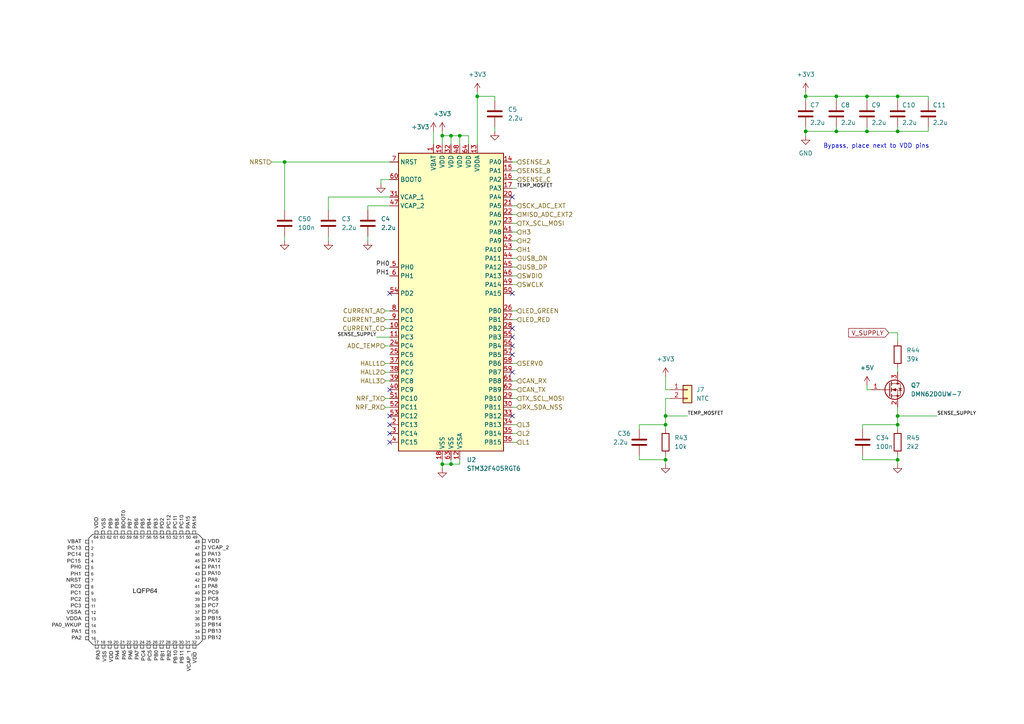
<source format=kicad_sch>
(kicad_sch (version 20211123) (generator eeschema)
  (paper "A4")
  (title_block (title "FROST-ESC") (date "2022-06-24"))
  (lib_symbols
    (symbol "Connector_Generic:Conn_01x02" (pin_names (offset 1.016) hide)
      (property "Reference" "J" (at 0 2.54 0))
      (property "Value" "Conn_01x02" (at 0 -5.08 0))
      (symbol "Conn_01x02_1_1"
        (rectangle (start -1.27 -2.413) (end 0 -2.667) (stroke (width 0.1524)))
        (rectangle (start -1.27 0.127) (end 0 -0.127) (stroke (width 0.1524)))
        (rectangle (start -1.27 1.27) (end 1.27 -3.81) (stroke (width 0.254)) (fill (type background)))
        (pin passive line (at -5.08 0 0) (length 3.81) (name "Pin_1") (number "1"))
        (pin passive line (at -5.08 -2.54 0) (length 3.81) (name "Pin_2") (number "2"))
      )
    )
    (symbol "Device:C" (pin_numbers hide) (pin_names (offset 0.254))
      (property "Reference" "C" (at 0.635 2.54 0))
      (property "Value" "C" (at 0.635 -2.54 0))
      (symbol "C_0_1"
        (polyline (pts (xy -2.032 -0.762) (xy 2.032 -0.762)) (stroke (width 0.508)))
        (polyline (pts (xy -2.032 0.762) (xy 2.032 0.762)) (stroke (width 0.508)))
      )
      (symbol "C_1_1"
        (pin passive line (at 0 3.81 270) (length 2.794) (name "~") (number "1"))
        (pin passive line (at 0 -3.81 90) (length 2.794) (name "~") (number "2"))
      )
    )
    (symbol "Device:Q_NMOS_GSD" (pin_names (offset 0) hide)
      (property "Reference" "Q" (at 5.08 1.27 0))
      (property "Value" "Q_NMOS_GSD" (at 5.08 -1.27 0))
      (symbol "Q_NMOS_GSD_0_1"
        (polyline (pts (xy 0.254 0) (xy -2.54 0)))
        (polyline (pts (xy 0.254 1.905) (xy 0.254 -1.905)) (stroke (width 0.254)))
        (polyline (pts (xy 0.762 -1.27) (xy 0.762 -2.286)) (stroke (width 0.254)))
        (polyline (pts (xy 0.762 0.508) (xy 0.762 -0.508)) (stroke (width 0.254)))
        (polyline (pts (xy 0.762 2.286) (xy 0.762 1.27)) (stroke (width 0.254)))
        (polyline (pts (xy 2.54 2.54) (xy 2.54 1.778)))
        (polyline (pts (xy 2.54 -2.54) (xy 2.54 0) (xy 0.762 0)))
        (polyline (pts (xy 0.762 -1.778) (xy 3.302 -1.778) (xy 3.302 1.778) (xy 0.762 1.778)))
        (polyline (pts (xy 1.016 0) (xy 2.032 0.381) (xy 2.032 -0.381) (xy 1.016 0)) (fill (type outline)))
        (polyline (pts (xy 2.794 0.508) (xy 2.921 0.381) (xy 3.683 0.381) (xy 3.81 0.254)))
        (polyline (pts (xy 3.302 0.381) (xy 2.921 -0.254) (xy 3.683 -0.254) (xy 3.302 0.381)))
        (circle (center 1.651 0) (radius 2.794) (stroke (width 0.254)))
        (circle (center 2.54 -1.778) (radius 0.254) (fill (type outline)))
        (circle (center 2.54 1.778) (radius 0.254) (fill (type outline)))
      )
      (symbol "Q_NMOS_GSD_1_1"
        (pin input line (at -5.08 0 0) (length 2.54) (name "G") (number "1"))
        (pin passive line (at 2.54 -5.08 90) (length 2.54) (name "S") (number "2"))
        (pin passive line (at 2.54 5.08 270) (length 2.54) (name "D") (number "3"))
      )
    )
    (symbol "Device:R" (pin_numbers hide) (pin_names (offset 0))
      (property "Reference" "R" (at 2.032 0 90))
      (property "Value" "R" (at 0 0 90))
      (symbol "R_0_1"
        (rectangle (start -1.016 -2.54) (end 1.016 2.54) (stroke (width 0.254)))
      )
      (symbol "R_1_1"
        (pin passive line (at 0 3.81 270) (length 1.27) (name "~") (number "1"))
        (pin passive line (at 0 -3.81 90) (length 1.27) (name "~") (number "2"))
      )
    )
    (symbol "MCU_ST_STM32F4:STM32F405RGTx"
      (property "Reference" "U" (at -15.24 44.45 0))
      (property "Value" "STM32F405RGTx" (at 10.16 44.45 0))
      (symbol "STM32F405RGTx_0_1"
        (rectangle (start -15.24 -43.18) (end 15.24 43.18) (stroke (width 0.254)) (fill (type background)))
      )
      (symbol "STM32F405RGTx_1_1"
        (pin power_in line (at -5.08 45.72 270) (length 2.54) (name "VBAT") (number "1"))
        (pin bidirectional line (at -17.78 -7.62 0) (length 2.54) (name "PC2") (number "10"))
        (pin bidirectional line (at -17.78 -10.16 0) (length 2.54) (name "PC3") (number "11"))
        (pin power_in line (at 2.54 -45.72 90) (length 2.54) (name "VSSA") (number "12"))
        (pin power_in line (at 7.62 45.72 270) (length 2.54) (name "VDDA") (number "13"))
        (pin bidirectional line (at 17.78 40.64 180) (length 2.54) (name "PA0") (number "14"))
        (pin bidirectional line (at 17.78 38.1 180) (length 2.54) (name "PA1") (number "15"))
        (pin bidirectional line (at 17.78 35.56 180) (length 2.54) (name "PA2") (number "16"))
        (pin bidirectional line (at 17.78 33.02 180) (length 2.54) (name "PA3") (number "17"))
        (pin power_in line (at -2.54 -45.72 90) (length 2.54) (name "VSS") (number "18"))
        (pin power_in line (at -2.54 45.72 270) (length 2.54) (name "VDD") (number "19"))
        (pin bidirectional line (at -17.78 -35.56 0) (length 2.54) (name "PC13") (number "2"))
        (pin bidirectional line (at 17.78 30.48 180) (length 2.54) (name "PA4") (number "20"))
        (pin bidirectional line (at 17.78 27.94 180) (length 2.54) (name "PA5") (number "21"))
        (pin bidirectional line (at 17.78 25.4 180) (length 2.54) (name "PA6") (number "22"))
        (pin bidirectional line (at 17.78 22.86 180) (length 2.54) (name "PA7") (number "23"))
        (pin bidirectional line (at -17.78 -12.7 0) (length 2.54) (name "PC4") (number "24"))
        (pin bidirectional line (at -17.78 -15.24 0) (length 2.54) (name "PC5") (number "25"))
        (pin bidirectional line (at 17.78 -2.54 180) (length 2.54) (name "PB0") (number "26"))
        (pin bidirectional line (at 17.78 -5.08 180) (length 2.54) (name "PB1") (number "27"))
        (pin bidirectional line (at 17.78 -7.62 180) (length 2.54) (name "PB2") (number "28"))
        (pin bidirectional line (at 17.78 -27.94 180) (length 2.54) (name "PB10") (number "29"))
        (pin bidirectional line (at -17.78 -38.1 0) (length 2.54) (name "PC14") (number "3"))
        (pin bidirectional line (at 17.78 -30.48 180) (length 2.54) (name "PB11") (number "30"))
        (pin power_in line (at -17.78 30.48 0) (length 2.54) (name "VCAP_1") (number "31"))
        (pin power_in line (at 0 45.72 270) (length 2.54) (name "VDD") (number "32"))
        (pin bidirectional line (at 17.78 -33.02 180) (length 2.54) (name "PB12") (number "33"))
        (pin bidirectional line (at 17.78 -35.56 180) (length 2.54) (name "PB13") (number "34"))
        (pin bidirectional line (at 17.78 -38.1 180) (length 2.54) (name "PB14") (number "35"))
        (pin bidirectional line (at 17.78 -40.64 180) (length 2.54) (name "PB15") (number "36"))
        (pin bidirectional line (at -17.78 -17.78 0) (length 2.54) (name "PC6") (number "37"))
        (pin bidirectional line (at -17.78 -20.32 0) (length 2.54) (name "PC7") (number "38"))
        (pin bidirectional line (at -17.78 -22.86 0) (length 2.54) (name "PC8") (number "39"))
        (pin bidirectional line (at -17.78 -40.64 0) (length 2.54) (name "PC15") (number "4"))
        (pin bidirectional line (at -17.78 -25.4 0) (length 2.54) (name "PC9") (number "40"))
        (pin bidirectional line (at 17.78 20.32 180) (length 2.54) (name "PA8") (number "41"))
        (pin bidirectional line (at 17.78 17.78 180) (length 2.54) (name "PA9") (number "42"))
        (pin bidirectional line (at 17.78 15.24 180) (length 2.54) (name "PA10") (number "43"))
        (pin bidirectional line (at 17.78 12.7 180) (length 2.54) (name "PA11") (number "44"))
        (pin bidirectional line (at 17.78 10.16 180) (length 2.54) (name "PA12") (number "45"))
        (pin bidirectional line (at 17.78 7.62 180) (length 2.54) (name "PA13") (number "46"))
        (pin power_in line (at -17.78 27.94 0) (length 2.54) (name "VCAP_2") (number "47"))
        (pin power_in line (at 2.54 45.72 270) (length 2.54) (name "VDD") (number "48"))
        (pin bidirectional line (at 17.78 5.08 180) (length 2.54) (name "PA14") (number "49"))
        (pin input line (at -17.78 10.16 0) (length 2.54) (name "PH0") (number "5"))
        (pin bidirectional line (at 17.78 2.54 180) (length 2.54) (name "PA15") (number "50"))
        (pin bidirectional line (at -17.78 -27.94 0) (length 2.54) (name "PC10") (number "51"))
        (pin bidirectional line (at -17.78 -30.48 0) (length 2.54) (name "PC11") (number "52"))
        (pin bidirectional line (at -17.78 -33.02 0) (length 2.54) (name "PC12") (number "53"))
        (pin bidirectional line (at -17.78 2.54 0) (length 2.54) (name "PD2") (number "54"))
        (pin bidirectional line (at 17.78 -10.16 180) (length 2.54) (name "PB3") (number "55"))
        (pin bidirectional line (at 17.78 -12.7 180) (length 2.54) (name "PB4") (number "56"))
        (pin bidirectional line (at 17.78 -15.24 180) (length 2.54) (name "PB5") (number "57"))
        (pin bidirectional line (at 17.78 -17.78 180) (length 2.54) (name "PB6") (number "58"))
        (pin bidirectional line (at 17.78 -20.32 180) (length 2.54) (name "PB7") (number "59"))
        (pin input line (at -17.78 7.62 0) (length 2.54) (name "PH1") (number "6"))
        (pin input line (at -17.78 35.56 0) (length 2.54) (name "BOOT0") (number "60"))
        (pin bidirectional line (at 17.78 -22.86 180) (length 2.54) (name "PB8") (number "61"))
        (pin bidirectional line (at 17.78 -25.4 180) (length 2.54) (name "PB9") (number "62"))
        (pin power_in line (at 0 -45.72 90) (length 2.54) (name "VSS") (number "63"))
        (pin power_in line (at 5.08 45.72 270) (length 2.54) (name "VDD") (number "64"))
        (pin input line (at -17.78 40.64 0) (length 2.54) (name "NRST") (number "7"))
        (pin bidirectional line (at -17.78 -2.54 0) (length 2.54) (name "PC0") (number "8"))
        (pin bidirectional line (at -17.78 -5.08 0) (length 2.54) (name "PC1") (number "9"))
      )
    )
    (symbol "power:+3.3V" (power) (pin_names (offset 0))
      (property "Value" "+3.3V" (at 0 3.556 0))
      (symbol "+3.3V_0_1"
        (polyline (pts (xy -0.762 1.27) (xy 0 2.54)))
        (polyline (pts (xy 0 0) (xy 0 2.54)))
        (polyline (pts (xy 0 2.54) (xy 0.762 1.27)))
      )
      (symbol "+3.3V_1_1"
        (pin power_in line (at 0 0 90) (length 0) hide (name "+3V3") (number "1"))
      )
    )
    (symbol "power:+3V3" (power) (pin_names (offset 0))
      (property "Value" "+3V3" (at 0 3.556 0))
      (symbol "+3V3_0_1"
        (polyline (pts (xy -0.762 1.27) (xy 0 2.54)))
        (polyline (pts (xy 0 0) (xy 0 2.54)))
        (polyline (pts (xy 0 2.54) (xy 0.762 1.27)))
      )
      (symbol "+3V3_1_1"
        (pin power_in line (at 0 0 90) (length 0) hide (name "+3V3") (number "1"))
      )
    )
    (symbol "power:+5V" (power) (pin_names (offset 0))
      (property "Value" "+5V" (at 0 3.556 0))
      (symbol "+5V_0_1"
        (polyline (pts (xy -0.762 1.27) (xy 0 2.54)))
        (polyline (pts (xy 0 0) (xy 0 2.54)))
        (polyline (pts (xy 0 2.54) (xy 0.762 1.27)))
      )
      (symbol "+5V_1_1"
        (pin power_in line (at 0 0 90) (length 0) hide (name "+5V") (number "1"))
      )
    )
    (symbol "power:GND" (power) (pin_names (offset 0))
      (property "Value" "GND" (at 0 -3.81 0))
      (symbol "GND_0_1"
        (polyline (pts (xy 0 0) (xy 0 -1.27) (xy 1.27 -1.27) (xy 0 -2.54) (xy -1.27 -1.27) (xy 0 -1.27)))
      )
      (symbol "GND_1_1"
        (pin power_in line (at 0 0 270) (length 0) hide (name "GND") (number "1"))
      )
    )
  )
  (junction (at 251.46 27.94))
  (junction (at 130.81 134.62))
  (junction (at 193.04 133.35))
  (junction (at 138.43 27.94))
  (junction (at 193.04 120.65))
  (junction (at 233.68 38.1))
  (junction (at 260.35 133.35))
  (junction (at 260.35 38.1))
  (junction (at 193.04 123.19))
  (junction (at 242.57 38.1))
  (junction (at 82.55 46.99))
  (junction (at 260.35 123.19))
  (junction (at 260.35 27.94))
  (junction (at 260.35 120.65))
  (junction (at 133.35 39.37))
  (junction (at 128.27 39.37))
  (junction (at 128.27 134.62))
  (junction (at 233.68 27.94))
  (junction (at 251.46 38.1))
  (junction (at 130.81 39.37))
  (junction (at 242.57 27.94))
  (no_connect (at 113.03 128.27))
  (no_connect (at 148.59 57.15))
  (no_connect (at 148.59 85.09))
  (no_connect (at 148.59 95.25))
  (no_connect (at 148.59 97.79))
  (no_connect (at 148.59 100.33))
  (no_connect (at 148.59 102.87))
  (no_connect (at 148.59 107.95))
  (no_connect (at 148.59 120.65))
  (no_connect (at 113.03 125.73))
  (no_connect (at 113.03 123.19))
  (no_connect (at 113.03 120.65))
  (no_connect (at 113.03 113.03))
  (no_connect (at 113.03 85.09))
  (wire (pts (xy 251.46 29.21) (xy 251.46 27.94)))
  (wire (pts (xy 194.31 115.57) (xy 193.04 115.57)))
  (wire (pts (xy 233.68 27.94) (xy 233.68 29.21)))
  (wire (pts (xy 260.35 106.68) (xy 260.35 107.95)))
  (wire (pts (xy 128.27 133.35) (xy 128.27 134.62)))
  (wire (pts (xy 111.76 105.41) (xy 113.03 105.41)))
  (wire (pts (xy 133.35 134.62) (xy 133.35 133.35)))
  (wire (pts (xy 149.86 62.23) (xy 148.59 62.23)))
  (wire (pts (xy 250.19 132.08) (xy 250.19 133.35)))
  (wire (pts (xy 128.27 134.62) (xy 128.27 135.89)))
  (wire (pts (xy 193.04 134.62) (xy 193.04 133.35)))
  (wire (pts (xy 82.55 60.96) (xy 82.55 46.99)))
  (wire (pts (xy 250.19 123.19) (xy 260.35 123.19)))
  (wire (pts (xy 113.03 57.15) (xy 95.25 57.15)))
  (wire (pts (xy 251.46 27.94) (xy 242.57 27.94)))
  (wire (pts (xy 250.19 124.46) (xy 250.19 123.19)))
  (wire (pts (xy 242.57 38.1) (xy 242.57 36.83)))
  (wire (pts (xy 149.86 115.57) (xy 148.59 115.57)))
  (wire (pts (xy 113.03 52.07) (xy 110.49 52.07)))
  (wire (pts (xy 149.86 64.77) (xy 148.59 64.77)))
  (wire (pts (xy 130.81 134.62) (xy 133.35 134.62)))
  (wire (pts (xy 251.46 113.03) (xy 251.46 111.76)))
  (wire (pts (xy 250.19 133.35) (xy 260.35 133.35)))
  (wire (pts (xy 193.04 132.08) (xy 193.04 133.35)))
  (wire (pts (xy 269.24 27.94) (xy 260.35 27.94)))
  (wire (pts (xy 260.35 133.35) (xy 260.35 134.62)))
  (wire (pts (xy 269.24 36.83) (xy 269.24 38.1)))
  (wire (pts (xy 111.76 110.49) (xy 113.03 110.49)))
  (wire (pts (xy 242.57 38.1) (xy 251.46 38.1)))
  (wire (pts (xy 149.86 113.03) (xy 148.59 113.03)))
  (wire (pts (xy 185.42 132.08) (xy 185.42 133.35)))
  (wire (pts (xy 260.35 38.1) (xy 251.46 38.1)))
  (wire (pts (xy 128.27 39.37) (xy 130.81 39.37)))
  (wire (pts (xy 149.86 54.61) (xy 148.59 54.61)))
  (wire (pts (xy 260.35 123.19) (xy 260.35 124.46)))
  (wire (pts (xy 148.59 128.27) (xy 149.86 128.27)))
  (wire (pts (xy 135.89 39.37) (xy 135.89 41.91)))
  (wire (pts (xy 143.51 36.83) (xy 143.51 38.1)))
  (wire (pts (xy 193.04 123.19) (xy 193.04 124.46)))
  (wire (pts (xy 233.68 38.1) (xy 233.68 39.37)))
  (wire (pts (xy 269.24 38.1) (xy 260.35 38.1)))
  (wire (pts (xy 251.46 27.94) (xy 260.35 27.94)))
  (wire (pts (xy 106.68 68.58) (xy 106.68 69.85)))
  (wire (pts (xy 95.25 57.15) (xy 95.25 60.96)))
  (wire (pts (xy 110.49 52.07) (xy 110.49 53.34)))
  (wire (pts (xy 125.73 38.1) (xy 125.73 41.91)))
  (wire (pts (xy 185.42 124.46) (xy 185.42 123.19)))
  (wire (pts (xy 242.57 29.21) (xy 242.57 27.94)))
  (wire (pts (xy 233.68 38.1) (xy 242.57 38.1)))
  (wire (pts (xy 143.51 29.21) (xy 143.51 27.94)))
  (wire (pts (xy 143.51 27.94) (xy 138.43 27.94)))
  (wire (pts (xy 133.35 39.37) (xy 135.89 39.37)))
  (wire (pts (xy 149.86 77.47) (xy 148.59 77.47)))
  (wire (pts (xy 149.86 125.73) (xy 148.59 125.73)))
  (wire (pts (xy 149.86 74.93) (xy 148.59 74.93)))
  (wire (pts (xy 260.35 132.08) (xy 260.35 133.35)))
  (wire (pts (xy 149.86 72.39) (xy 148.59 72.39)))
  (wire (pts (xy 260.35 36.83) (xy 260.35 38.1)))
  (wire (pts (xy 149.86 105.41) (xy 148.59 105.41)))
  (wire (pts (xy 269.24 29.21) (xy 269.24 27.94)))
  (wire (pts (xy 185.42 133.35) (xy 193.04 133.35)))
  (wire (pts (xy 149.86 59.69) (xy 148.59 59.69)))
  (wire (pts (xy 193.04 113.03) (xy 194.31 113.03)))
  (wire (pts (xy 257.81 96.52) (xy 260.35 96.52)))
  (wire (pts (xy 193.04 120.65) (xy 199.39 120.65)))
  (wire (pts (xy 128.27 39.37) (xy 128.27 41.91)))
  (wire (pts (xy 149.86 46.99) (xy 148.59 46.99)))
  (wire (pts (xy 106.68 59.69) (xy 106.68 60.96)))
  (wire (pts (xy 252.73 113.03) (xy 251.46 113.03)))
  (wire (pts (xy 111.76 100.33) (xy 113.03 100.33)))
  (wire (pts (xy 78.74 46.99) (xy 82.55 46.99)))
  (wire (pts (xy 130.81 39.37) (xy 130.81 41.91)))
  (wire (pts (xy 111.76 107.95) (xy 113.03 107.95)))
  (wire (pts (xy 149.86 92.71) (xy 148.59 92.71)))
  (wire (pts (xy 233.68 27.94) (xy 242.57 27.94)))
  (wire (pts (xy 138.43 26.67) (xy 138.43 27.94)))
  (wire (pts (xy 95.25 68.58) (xy 95.25 69.85)))
  (wire (pts (xy 260.35 120.65) (xy 260.35 123.19)))
  (wire (pts (xy 193.04 115.57) (xy 193.04 120.65)))
  (wire (pts (xy 149.86 67.31) (xy 148.59 67.31)))
  (wire (pts (xy 149.86 49.53) (xy 148.59 49.53)))
  (wire (pts (xy 149.86 52.07) (xy 148.59 52.07)))
  (wire (pts (xy 82.55 68.58) (xy 82.55 69.85)))
  (wire (pts (xy 149.86 69.85) (xy 148.59 69.85)))
  (wire (pts (xy 111.76 115.57) (xy 113.03 115.57)))
  (wire (pts (xy 149.86 80.01) (xy 148.59 80.01)))
  (wire (pts (xy 233.68 36.83) (xy 233.68 38.1)))
  (wire (pts (xy 260.35 118.11) (xy 260.35 120.65)))
  (wire (pts (xy 138.43 27.94) (xy 138.43 41.91)))
  (wire (pts (xy 149.86 123.19) (xy 148.59 123.19)))
  (wire (pts (xy 260.35 96.52) (xy 260.35 99.06)))
  (wire (pts (xy 185.42 123.19) (xy 193.04 123.19)))
  (wire (pts (xy 111.76 95.25) (xy 113.03 95.25)))
  (wire (pts (xy 260.35 120.65) (xy 271.78 120.65)))
  (wire (pts (xy 128.27 134.62) (xy 130.81 134.62)))
  (wire (pts (xy 149.86 110.49) (xy 148.59 110.49)))
  (wire (pts (xy 111.76 118.11) (xy 113.03 118.11)))
  (wire (pts (xy 193.04 109.22) (xy 193.04 113.03)))
  (wire (pts (xy 149.86 82.55) (xy 148.59 82.55)))
  (wire (pts (xy 111.76 92.71) (xy 113.03 92.71)))
  (wire (pts (xy 251.46 36.83) (xy 251.46 38.1)))
  (wire (pts (xy 109.22 97.79) (xy 113.03 97.79)))
  (wire (pts (xy 128.27 38.1) (xy 128.27 39.37)))
  (wire (pts (xy 149.86 118.11) (xy 148.59 118.11)))
  (wire (pts (xy 233.68 26.67) (xy 233.68 27.94)))
  (wire (pts (xy 82.55 46.99) (xy 113.03 46.99)))
  (wire (pts (xy 130.81 134.62) (xy 130.81 133.35)))
  (wire (pts (xy 260.35 29.21) (xy 260.35 27.94)))
  (wire (pts (xy 133.35 39.37) (xy 133.35 41.91)))
  (wire (pts (xy 149.86 90.17) (xy 148.59 90.17)))
  (wire (pts (xy 130.81 39.37) (xy 133.35 39.37)))
  (wire (pts (xy 113.03 59.69) (xy 106.68 59.69)))
  (wire (pts (xy 193.04 120.65) (xy 193.04 123.19)))
  (wire (pts (xy 111.76 90.17) (xy 113.03 90.17)))
  (image (at 40.64 171.45))
  (text "Bypass, place next to VDD pins" (at 238.76 43.18 0) (effects (font (size 1.27 1.27)) (justify left bottom)))
  (label "PH1" (at 113.03 80.01 180))
  (label "TEMP_MOSFET" (at 149.86 54.61 0) (effects (font (size 1 1))))
  (label "SENSE_SUPPLY" (at 109.22 97.79 180) (effects (font (size 1 1))))
  (label "TEMP_MOSFET" (at 199.39 120.65 0) (effects (font (size 1 1))))
  (label "PH0" (at 113.03 77.47 180))
  (label "SENSE_SUPPLY" (at 271.78 120.65 0) (effects (font (size 1 1))))
  (global_label "V_SUPPLY" (shape input) (at 257.81 96.52 180) (property "Intersheet References" "${INTERSHEET_REFS}" (effects hide)))
  (hierarchical_label "SENSE_B" (shape input) (at 149.86 49.53 0))
  (hierarchical_label "LED_GREEN" (shape input) (at 149.86 90.17 0))
  (hierarchical_label "TX_SCL_MOSI" (shape input) (at 149.86 115.57 0))
  (hierarchical_label "L1" (shape input) (at 149.86 128.27 0))
  (hierarchical_label "NRST" (shape input) (at 78.74 46.99 180))
  (hierarchical_label "SERVO" (shape input) (at 149.86 105.41 0))
  (hierarchical_label "L3" (shape input) (at 149.86 123.19 0))
  (hierarchical_label "SENSE_A" (shape input) (at 149.86 46.99 0))
  (hierarchical_label "HALL2" (shape input) (at 111.76 107.95 180))
  (hierarchical_label "H2" (shape input) (at 149.86 69.85 0))
  (hierarchical_label "CURRENT_B" (shape input) (at 111.76 92.71 180))
  (hierarchical_label "L2" (shape input) (at 149.86 125.73 0))
  (hierarchical_label "CURRENT_A" (shape input) (at 111.76 90.17 180))
  (hierarchical_label "SWDIO" (shape input) (at 149.86 80.01 0))
  (hierarchical_label "SCK_ADC_EXT" (shape input) (at 149.86 59.69 0))
  (hierarchical_label "NRF_RX" (shape input) (at 111.76 118.11 180))
  (hierarchical_label "CAN_TX" (shape input) (at 149.86 113.03 0))
  (hierarchical_label "CAN_RX" (shape input) (at 149.86 110.49 0))
  (hierarchical_label "NRF_TX" (shape input) (at 111.76 115.57 180))
  (hierarchical_label "USB_DP" (shape input) (at 149.86 77.47 0))
  (hierarchical_label "USB_DN" (shape input) (at 149.86 74.93 0))
  (hierarchical_label "H1" (shape input) (at 149.86 72.39 0))
  (hierarchical_label "TX_SCL_MOSI" (shape input) (at 149.86 64.77 0))
  (hierarchical_label "RX_SDA_NSS" (shape input) (at 149.86 118.11 0))
  (hierarchical_label "MISO_ADC_EXT2" (shape input) (at 149.86 62.23 0))
  (hierarchical_label "HALL1" (shape input) (at 111.76 105.41 180))
  (hierarchical_label "LED_RED" (shape input) (at 149.86 92.71 0))
  (hierarchical_label "CURRENT_C" (shape input) (at 111.76 95.25 180))
  (hierarchical_label "H3" (shape input) (at 149.86 67.31 0))
  (hierarchical_label "ADC_TEMP" (shape input) (at 111.76 100.33 180))
  (hierarchical_label "HALL3" (shape input) (at 111.76 110.49 180))
  (hierarchical_label "SWCLK" (shape input) (at 149.86 82.55 0))
  (hierarchical_label "SENSE_C" (shape input) (at 149.86 52.07 0))
  (symbol (lib_id "Device:R") (at 260.35 128.27 0) (unit 1)
    (property "Reference" "R45" (at 262.89 126.9999 0) (effects (justify left)))
    (property "Value" "2k2" (at 262.89 129.5399 0) (effects (justify left)))
    (property "Footprint" "Resistor_SMD:R_0805_2012Metric" (effects hide))
    (property "LCSC" "C2907234" (effects hide))
  )
  (symbol (lib_id "Device:C") (at 242.57 33.02 0) (unit 1)
    (property "Reference" "C8" (at 243.84 30.48 0) (effects (justify left)))
    (property "Value" "2.2u" (at 243.84 35.56 0) (effects (justify left)))
    (property "Footprint" "Capacitor_SMD:C_0805_2012Metric" (effects hide))
    (property "LCSC" "C319190" (effects hide))
  )
  (symbol (lib_id "power:GND") (at 110.49 53.34 0) (unit 1)
    (property "Reference" "#PWR074" (effects hide))
    (property "Value" "GND" (effects hide))
  )
  (symbol (lib_id "Device:R") (at 193.04 128.27 0) (unit 1)
    (property "Reference" "R43" (at 195.58 126.9999 0) (effects (justify left)))
    (property "Value" "10k" (at 195.58 129.5399 0) (effects (justify left)))
    (property "Footprint" "Resistor_SMD:R_0805_2012Metric" (effects hide))
  )
  (symbol (lib_id "Device:C") (at 260.35 33.02 0) (unit 1)
    (property "Reference" "C10" (at 261.62 30.48 0) (effects (justify left)))
    (property "Value" "2.2u" (at 261.62 35.56 0) (effects (justify left)))
    (property "Footprint" "Capacitor_SMD:C_0805_2012Metric" (effects hide))
    (property "LCSC" "C319190" (effects hide))
  )
  (symbol (lib_id "Connector_Generic:Conn_01x02") (at 199.39 113.03 0) (unit 1)
    (property "Reference" "J7" (at 201.93 113.0299 0) (effects (justify left)))
    (property "Value" "NTC" (at 201.93 115.5699 0) (effects (justify left)))
    (property "Footprint" "Connector_PinHeader_2.00mm:PinHeader_1x02_P2.00mm_Vertical" (effects hide))
  )
  (symbol (lib_id "Device:Q_NMOS_GSD") (at 257.81 113.03 0) (unit 1)
    (property "Reference" "Q7" (at 264.16 111.7599 0) (effects (justify left)))
    (property "Value" "DMN62D0UW-7" (at 264.16 114.2999 0) (effects (justify left)))
    (property "Footprint" "Package_TO_SOT_SMD:SOT-323_SC-70" (effects hide))
    (property "LCSC" "C151358" (effects hide))
  )
  (symbol (lib_id "power:GND") (at 260.35 134.62 0) (unit 1)
    (property "Reference" "#PWR0120" (effects hide))
    (property "Value" "GND" (effects hide))
  )
  (symbol (lib_id "power:GND") (at 106.68 69.85 0) (unit 1)
    (property "Reference" "#PWR011" (effects hide))
    (property "Value" "GND" (effects hide))
  )
  (symbol (lib_id "Device:C") (at 143.51 33.02 0) (unit 1)
    (property "Reference" "C5" (at 147.32 31.7499 0) (effects (justify left)))
    (property "Value" "2.2u" (at 147.32 34.2899 0) (effects (justify left)))
    (property "Footprint" "Capacitor_SMD:C_0805_2012Metric" (effects hide))
    (property "LCSC" "C319190" (effects hide))
  )
  (symbol (lib_id "Device:C") (at 233.68 33.02 0) (unit 1)
    (property "Reference" "C7" (at 234.95 30.48 0) (effects (justify left)))
    (property "Value" "2.2u" (at 234.95 35.56 0) (effects (justify left)))
    (property "Footprint" "Capacitor_SMD:C_0805_2012Metric" (effects hide))
    (property "LCSC" "C319190" (effects hide))
  )
  (symbol (lib_id "Device:C") (at 269.24 33.02 0) (unit 1)
    (property "Reference" "C11" (at 270.51 30.48 0) (effects (justify left)))
    (property "Value" "2.2u" (at 270.51 35.56 0) (effects (justify left)))
    (property "Footprint" "Capacitor_SMD:C_0805_2012Metric" (effects hide))
    (property "LCSC" "C319190" (effects hide))
  )
  (symbol (lib_id "Device:C") (at 82.55 64.77 0) (unit 1)
    (property "Reference" "C50" (at 86.36 63.4999 0) (effects (justify left)))
    (property "Value" "100n" (at 86.36 66.0399 0) (effects (justify left)))
    (property "Footprint" "Capacitor_SMD:C_0805_2012Metric" (effects hide))
  )
  (symbol (lib_id "power:GND") (at 95.25 69.85 0) (unit 1)
    (property "Reference" "#PWR010" (effects hide))
    (property "Value" "GND" (effects hide))
  )
  (symbol (lib_id "Device:C") (at 95.25 64.77 0) (unit 1)
    (property "Reference" "C3" (at 99.06 63.4999 0) (effects (justify left)))
    (property "Value" "2.2u" (at 99.06 66.0399 0) (effects (justify left)))
    (property "Footprint" "Capacitor_SMD:C_0805_2012Metric" (effects hide))
    (property "LCSC" "C319190" (effects hide))
  )
  (symbol (lib_id "power:+5V") (at 251.46 111.76 0) (unit 1)
    (property "Reference" "#PWR046" (effects hide))
    (property "Value" "+5V" (at 251.46 106.68 0))
  )
  (symbol (lib_id "Device:C") (at 250.19 128.27 0) (unit 1)
    (property "Reference" "C34" (at 254 126.9999 0) (effects (justify left)))
    (property "Value" "100n" (at 254 129.5399 0) (effects (justify left)))
    (property "Footprint" "Capacitor_SMD:C_0805_2012Metric" (effects hide))
  )
  (symbol (lib_id "Device:C") (at 106.68 64.77 0) (unit 1)
    (property "Reference" "C4" (at 110.49 63.4999 0) (effects (justify left)))
    (property "Value" "2.2u" (at 110.49 66.0399 0) (effects (justify left)))
    (property "Footprint" "Capacitor_SMD:C_0805_2012Metric" (effects hide))
    (property "LCSC" "C319190" (effects hide))
  )
  (symbol (lib_id "power:GND") (at 143.51 38.1 0) (unit 1)
    (property "Reference" "#PWR016" (effects hide))
    (property "Value" "GND" (effects hide))
  )
  (symbol (lib_id "Device:R") (at 260.35 102.87 0) (unit 1)
    (property "Reference" "R44" (at 262.89 101.5999 0) (effects (justify left)))
    (property "Value" "39k" (at 262.89 104.1399 0) (effects (justify left)))
    (property "Footprint" "Resistor_SMD:R_0805_2012Metric" (effects hide))
    (property "LCSC" "C230641" (effects hide))
  )
  (symbol (lib_id "power:GND") (at 233.68 39.37 0) (unit 1)
    (property "Reference" "#PWR018" (effects hide))
    (property "Value" "GND" (at 233.68 44.45 0))
  )
  (symbol (lib_id "power:+3.3V") (at 138.43 26.67 0) (unit 1)
    (property "Reference" "#PWR015" (effects hide))
    (property "Value" "+3.3V" (at 138.43 21.59 0))
  )
  (symbol (lib_id "power:GND") (at 128.27 135.89 0) (unit 1)
    (property "Reference" "#PWR014" (effects hide))
    (property "Value" "GND" (effects hide))
  )
  (symbol (lib_id "power:+3.3V") (at 233.68 26.67 0) (unit 1)
    (property "Reference" "#PWR017" (effects hide))
    (property "Value" "+3.3V" (at 233.68 21.59 0))
  )
  (symbol (lib_id "Device:C") (at 185.42 128.27 0) (unit 1)
    (property "Reference" "C36" (at 179.07 125.73 0) (effects (justify left)))
    (property "Value" "2.2u" (at 177.8 128.27 0) (effects (justify left)))
    (property "Footprint" "Capacitor_SMD:C_0805_2012Metric" (effects hide))
    (property "LCSC" "C319190" (effects hide))
  )
  (symbol (lib_id "power:+3V3") (at 193.04 109.22 0) (unit 1)
    (property "Reference" "#PWR0118" (effects hide))
    (property "Value" "+3V3" (at 193.04 104.14 0))
  )
  (symbol (lib_id "power:GND") (at 193.04 134.62 0) (unit 1)
    (property "Reference" "#PWR0119" (effects hide))
    (property "Value" "GND" (effects hide))
  )
  (symbol (lib_id "power:+3.3V") (at 125.73 38.1 0) (unit 1)
    (property "Reference" "#PWR012" (effects hide))
    (property "Value" "+3.3V" (at 121.92 36.83 0))
  )
  (symbol (lib_id "power:GND") (at 82.55 69.85 0) (unit 1)
    (property "Reference" "#PWR073" (effects hide))
    (property "Value" "GND" (effects hide))
  )
  (symbol (lib_id "MCU_ST_STM32F4:STM32F405RGTx") (at 130.81 87.63 0) (unit 1)
    (property "Reference" "U2" (at 135.3694 133.35 0) (effects (justify left)))
    (property "Value" "STM32F405RGT6" (at 135.3694 135.89 0) (effects (justify left)))
    (property "Footprint" "Package_QFP:LQFP-64_10x10mm_P0.5mm" (effects hide))
    (property "Datasheet" "http://www.st.com/st-web-ui/static/active/en/resource/technical/document/datasheet/DM00037051.pdf" (effects hide))
    (property "LCSC" "C15742" (effects hide))
    (property "Manufacture Part Number" "STM32F405RGT6" (effects hide))
  )
  (symbol (lib_id "Device:C") (at 251.46 33.02 0) (unit 1)
    (property "Reference" "C9" (at 252.73 30.48 0) (effects (justify left)))
    (property "Value" "2.2u" (at 252.73 35.56 0) (effects (justify left)))
    (property "Footprint" "Capacitor_SMD:C_0805_2012Metric" (effects hide))
    (property "LCSC" "C319190" (effects hide))
  )
  (symbol (lib_id "power:+3.3V") (at 128.27 38.1 0) (unit 1)
    (property "Reference" "#PWR013" (effects hide))
    (property "Value" "+3.3V" (at 128.27 33.02 0))
  )
)
</source>
